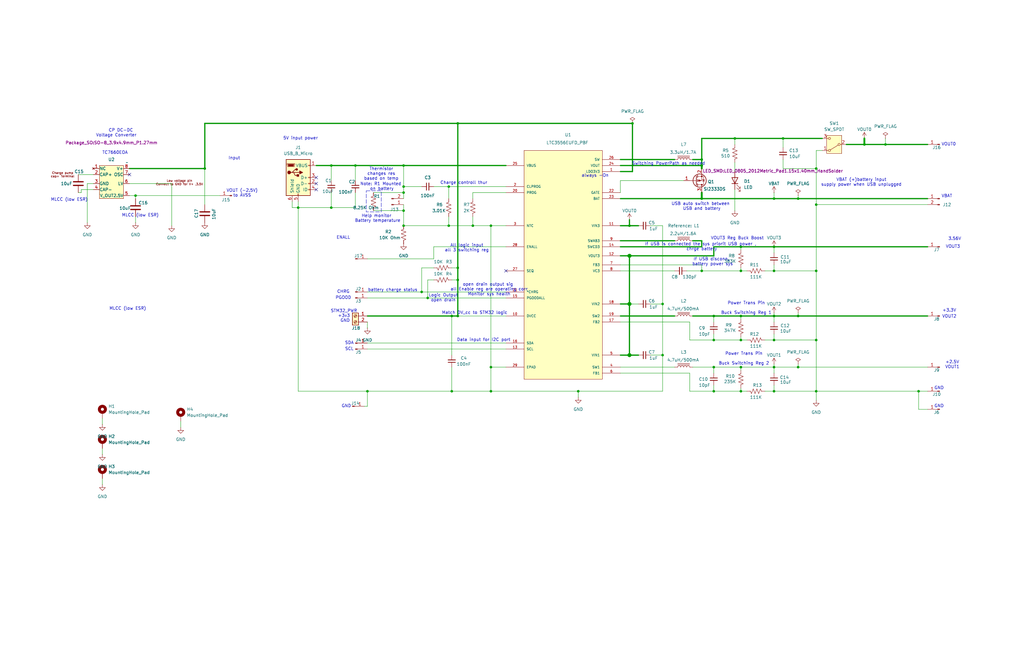
<source format=kicad_sch>
(kicad_sch (version 20231120) (generator "eeschema") (generator_version "8.0")
  (paper "B")
  (title_block (title "LTC3556EUFD_PBF") (date "11/11/2024") (rev "1.1") (company "Team 9") (comment 1 "Kirk Young"))
  (lib_symbols
    (symbol "Connector:Conn_01x01_Pin" (pin_names (offset 1.016) hide)
      (property "Reference" "J" (at 0 2.54 0))
      (property "Value" "Conn_01x01_Pin" (at 0 -2.54 0))
      (symbol "Conn_01x01_Pin_1_1"
        (pin passive line (at 5.08 0 180) (length 3.81) (name "Pin_1") (number "1"))
      )
    )
    (symbol "Connector:Conn_01x02_Pin" (pin_names (offset 1.016) hide)
      (property "Reference" "J" (at 0 2.54 0))
      (property "Value" "Conn_01x02_Pin" (at 0 -5.08 0))
      (symbol "Conn_01x02_Pin_1_1"
        (pin passive line (at 5.08 0 180) (length 3.81) (name "Pin_1") (number "1"))
        (pin passive line (at 5.08 -2.54 180) (length 3.81) (name "Pin_2") (number "2"))
      )
    )
    (symbol "Connector:Screw_Terminal_01x02" (pin_names (offset 1.016) hide)
      (property "Reference" "J" (at 0 2.54 0))
      (property "Value" "Screw_Terminal_01x02" (at 0 -5.08 0))
      (symbol "Screw_Terminal_01x02_1_1"
        (pin passive line (at -5.08 0 0) (length 3.81) (name "Pin_1") (number "1"))
        (pin passive line (at -5.08 -2.54 0) (length 3.81) (name "Pin_2") (number "2"))
      )
    )
    (symbol "Connector:USB_B_Micro" (pin_names (offset 1.016))
      (property "Reference" "J" (at -5.08 11.43 0))
      (property "Value" "USB_B_Micro" (at -5.08 8.89 0))
      (symbol "USB_B_Micro_1_1"
        (pin power_out line (at 7.62 5.08 180) (length 2.54) (name "VBUS") (number "1"))
        (pin bidirectional line (at 7.62 -2.54 180) (length 2.54) (name "D-") (number "2"))
        (pin bidirectional line (at 7.62 0 180) (length 2.54) (name "D+") (number "3"))
        (pin passive line (at 7.62 -5.08 180) (length 2.54) (name "ID") (number "4"))
        (pin power_out line (at 0 -10.16 90) (length 2.54) (name "GND") (number "5"))
        (pin passive line (at -2.54 -10.16 90) (length 2.54) (name "Shield") (number "6"))
      )
    )
    (symbol "Device:C" (pin_numbers hide) (pin_names (offset 0.254))
      (property "Reference" "C" (at 0.635 2.54 0))
      (property "Value" "C" (at 0.635 -2.54 0))
      (symbol "C_1_1"
        (pin passive line (at 0 3.81 270) (length 2.794) (name "~") (number "1"))
        (pin passive line (at 0 -3.81 90) (length 2.794) (name "~") (number "2"))
      )
    )
    (symbol "Device:C_Small" (pin_numbers hide) (pin_names (offset 0.254) hide)
      (property "Reference" "C" (at 0.254 1.778 0))
      (property "Value" "C_Small" (at 0.254 -2.032 0))
      (symbol "C_Small_1_1"
        (pin passive line (at 0 2.54 270) (length 2.032) (name "~") (number "1"))
        (pin passive line (at 0 -2.54 90) (length 2.032) (name "~") (number "2"))
      )
    )
    (symbol "Device:LED" (pin_numbers hide) (pin_names (offset 1.016) hide)
      (property "Reference" "D" (at 0 2.54 0))
      (property "Value" "LED" (at 0 -2.54 0))
      (symbol "LED_1_1"
        (pin passive line (at -3.81 0 0) (length 2.54) (name "K") (number "1"))
        (pin passive line (at 3.81 0 180) (length 2.54) (name "A") (number "2"))
      )
    )
    (symbol "Device:L_Iron" (pin_numbers hide) (pin_names (offset 1.016) hide)
      (property "Reference" "L" (at -1.27 0 90))
      (property "Value" "L_Iron" (at 2.794 0 90))
      (symbol "L_Iron_1_1"
        (pin passive line (at 0 3.81 270) (length 1.27) (name "1") (number "1"))
        (pin passive line (at 0 -3.81 90) (length 1.27) (name "2") (number "2"))
      )
    )
    (symbol "Device:R_US" (pin_numbers hide) (pin_names (offset 0))
      (property "Reference" "R" (at 2.54 0 90))
      (property "Value" "R_US" (at -2.54 0 90))
      (symbol "R_US_1_1"
        (pin passive line (at 0 3.81 270) (length 1.27) (name "~") (number "1"))
        (pin passive line (at 0 -3.81 90) (length 1.27) (name "~") (number "2"))
      )
    )
    (symbol "LTC3556EUFD_PBF:LTC3556EUFD_PBF" (pin_names (offset 1.016))
      (property "Reference" "U1" (at 35.56 10.16 0))
      (property "Value" "LTC3556EUFD_PBF" (at 35.814 7.112 0))
      (symbol "LTC3556EUFD_PBF_0_0"
        (pin output line (at 48.26 -8.89 180) (length 7.62) (name "LDO3V3") (number "1"))
        (pin power_in line (at 0 -69.85 0) (length 7.62) (name "DVCC") (number "10"))
        (pin input line (at 48.26 -31.75 180) (length 7.62) (name "VIN3") (number "11"))
        (pin output line (at 48.26 -44.45 180) (length 7.62) (name "VOUT3") (number "12"))
        (pin input line (at 0 -83.82 0) (length 7.62) (name "SCL") (number "13"))
        (pin passive line (at 48.26 -40.64 180) (length 7.62) (name "SWCD3") (number "14"))
        (pin output line (at 0 -62.23 0) (length 7.62) (name "PGOODALL") (number "15"))
        (pin input line (at 0 -81.28 0) (length 7.62) (name "SDA") (number "16"))
        (pin input line (at 48.26 -72.39 180) (length 7.62) (name "FB2") (number "17"))
        (pin input line (at 48.26 -64.77 180) (length 7.62) (name "VIN2") (number "18"))
        (pin passive line (at 48.26 -69.85 180) (length 7.62) (name "SW2") (number "19"))
        (pin passive line (at 0 -15.24 0) (length 7.62) (name "CLPROG") (number "2"))
        (pin passive line (at 0 -17.78 0) (length 7.62) (name "PROG") (number "20"))
        (pin output line (at 0 -59.69 0) (length 7.62) (name "*CHRG") (number "21"))
        (pin output line (at 48.26 -17.78 180) (length 7.62) (name "GATE") (number "22"))
        (pin passive line (at 48.26 -20.32 180) (length 7.62) (name "BAT") (number "23"))
        (pin output line (at 48.26 -6.35 180) (length 7.62) (name "VOUT") (number "24"))
        (pin input line (at 0 -6.35 0) (length 7.62) (name "VBUS") (number "25"))
        (pin passive line (at 48.26 -3.81 180) (length 7.62) (name "SW") (number "26"))
        (pin input line (at 0 -50.8 0) (length 7.62) (name "SEQ") (number "27"))
        (pin input line (at 0 -40.64 0) (length 7.62) (name "ENALL") (number "28"))
        (pin passive line (at 0 -91.44 0) (length 7.62) (name "EPAD") (number "29"))
        (pin input line (at 0 -31.75 0) (length 7.62) (name "NTC") (number "3"))
        (pin passive line (at 48.26 -91.44 180) (length 7.62) (name "SW1") (number "4"))
        (pin input line (at 48.26 -86.36 180) (length 7.62) (name "VIN1") (number "5"))
        (pin input line (at 48.26 -93.98 180) (length 7.62) (name "FB1") (number "6"))
        (pin input line (at 48.26 -48.26 180) (length 7.62) (name "FB3") (number "7"))
        (pin output line (at 48.26 -50.8 180) (length 7.62) (name "VC3") (number "8"))
        (pin passive line (at 48.26 -38.1 180) (length 7.62) (name "SWAB3") (number "9"))
      )
    )
    (symbol "Mechanical:MountingHole_Pad" (pin_numbers hide) (pin_names (offset 1.016) hide) (exclude_from_sim yes) (in_bom no)
      (property "Reference" "H" (at 0 6.35 0))
      (property "Value" "MountingHole_Pad" (at 0 4.445 0))
      (symbol "MountingHole_Pad_1_1"
        (pin input line (at 0 -2.54 90) (length 2.54) (name "1") (number "1"))
      )
    )
    (symbol "Switch:SW_SPDT" (pin_names (offset 0) hide)
      (property "Reference" "SW1" (at 0 -8.89 0))
      (property "Value" "SW_SPDT" (at 0 -6.35 0))
      (symbol "SW_SPDT_1_1"
        (pin passive line (at 5.08 2.54 180) (length 2.54) (name "A") (number "1"))
        (pin passive line (at -5.08 0 0) (length 2.54) (name "B") (number "2"))
        (pin passive line (at 5.08 -2.54 180) (length 2.54) (name "C") (number "3"))
      )
    )
    (symbol "TC7660EOA_LT3556_v1.2a_sym:TC7660EOA" (pin_names (offset 0.0127))
      (property "Reference" "U2" (at -4.318 9.906 0))
      (symbol "TC7660EOA_1_1"
        (text "Charge pump\ncap+ Terminal" (at -20.574 3.81 0) (effects (font (size 0.889 0.889))))
        (text "Low voltage pin\nConnect to GND for V+ ,3.5V" (at 28.702 0.508 0) (effects (font (size 0.889 0.889))))
        (pin no_connect line (at -7.62 6.35 0) (length 2.54) (name "NC") (number "1"))
        (pin passive line (at -7.62 3.81 0) (length 2.54) (name "CAP+") (number "2"))
        (pin power_in line (at -7.62 0 0) (length 2.54) (name "GND") (number "3"))
        (pin passive line (at -7.62 -2.54 0) (length 2.54) (name "CAP-") (number "4"))
        (pin power_out line (at 7.62 -5.08 180) (length 2.54) (name "V_OUT2.5V") (number "5"))
        (pin power_in line (at 7.62 0 180) (length 2.54) (name "LV") (number "6"))
        (pin input line (at 7.62 3.81 180) (length 2.54) (name "OSC") (number "7"))
        (pin power_in line (at 7.62 6.35 180) (length 2.54) (name "V+") (number "8"))
      )
    )
    (symbol "Transistor_FET:Si2319CDS" (pin_names hide)
      (property "Reference" "Q" (at 5.08 1.905 0))
      (property "Value" "Si2319CDS" (at 5.08 0 0))
      (symbol "Si2319CDS_1_1"
        (pin input line (at -5.08 0 0) (length 2.54) (name "G") (number "1"))
        (pin passive line (at 2.54 -5.08 90) (length 2.54) (name "S") (number "2"))
        (pin passive line (at 2.54 5.08 270) (length 2.54) (name "D") (number "3"))
      )
    )
    (symbol "power:+BATT" (power) (pin_numbers hide) (pin_names (offset 0) hide)
      (property "Value" "+BATT" (at 0 3.556 0))
      (symbol "+BATT_1_1"
        (pin power_in line (at 0 0 90) (length 0) (name "~") (number "1"))
      )
    )
    (symbol "power:GND" (power) (pin_numbers hide) (pin_names (offset 0) hide)
      (property "Value" "GND" (at 0 -3.81 0))
      (symbol "GND_1_1"
        (pin power_in line (at 0 0 270) (length 0) (name "~") (number "1"))
      )
    )
    (symbol "power:PWR_FLAG" (power) (pin_numbers hide) (pin_names (offset 0) hide)
      (property "Value" "PWR_FLAG" (at 0 3.81 0))
      (symbol "PWR_FLAG_0_0"
        (pin power_out line (at 0 0 90) (length 0) (name "~") (number "1"))
      )
    )
    (symbol "power:VDC" (power) (pin_numbers hide) (pin_names (offset 0) hide)
      (property "Value" "VDC" (at 0 3.556 0))
      (symbol "VDC_1_1"
        (pin power_in line (at 0 0 90) (length 0) (name "~") (number "1"))
      )
    )
  )
  (junction (at 207.01 154.94))
  (junction (at 364.49 60.96))
  (junction (at 170.18 88.9))
  (junction (at 336.55 154.94))
  (junction (at 309.88 58.42))
  (junction (at 149.86 69.85))
  (junction (at 326.39 154.94))
  (junction (at 189.23 95.25))
  (junction (at 243.84 165.1))
  (junction (at 344.17 114.3))
  (junction (at 207.01 95.25))
  (junction (at 170.18 78.74))
  (junction (at 312.42 133.35))
  (junction (at 139.7 69.85))
  (junction (at 265.43 149.86) (diameter 1.524))
  (junction (at 170.18 69.85))
  (junction (at 139.7 87.63))
  (junction (at 199.39 95.25))
  (junction (at 326.39 143.51))
  (junction (at 300.99 133.35))
  (junction (at 177.8 123.19))
  (junction (at 295.91 114.3))
  (junction (at 326.39 165.1))
  (junction (at 193.04 113.03))
  (junction (at 344.17 71.12))
  (junction (at 312.42 165.1))
  (junction (at 300.99 154.94))
  (junction (at 125.73 87.63))
  (junction (at 326.39 114.3))
  (junction (at 295.91 67.31))
  (junction (at 295.91 69.85))
  (junction (at 279.4 128.27))
  (junction (at 193.04 133.35))
  (junction (at 336.55 133.35))
  (junction (at 300.99 165.1))
  (junction (at 344.17 143.51))
  (junction (at 300.99 143.51))
  (junction (at 312.42 154.94))
  (junction (at 189.23 78.74))
  (junction (at 265.43 107.95) (diameter 1.524))
  (junction (at 326.39 83.82))
  (junction (at 207.01 165.1))
  (junction (at 265.43 95.25))
  (junction (at 266.7 52.07))
  (junction (at 295.91 83.82))
  (junction (at 190.5 165.1))
  (junction (at 312.42 143.51))
  (junction (at 170.18 81.28))
  (junction (at 193.04 118.11))
  (junction (at 373.38 60.96))
  (junction (at 312.42 114.3))
  (junction (at 312.42 104.14))
  (junction (at 344.17 86.36))
  (junction (at 154.94 165.1))
  (junction (at 193.04 52.07))
  (junction (at 387.35 165.1))
  (junction (at 265.43 128.27) (diameter 1.524))
  (junction (at 344.17 165.1))
  (junction (at 279.4 149.86))
  (junction (at 330.2 58.42))
  (junction (at 326.39 104.14))
  (junction (at 190.5 133.35))
  (junction (at 170.18 95.25))
  (junction (at 180.34 125.73))
  (junction (at 326.39 133.35))
  (junction (at 57.15 82.55))
  (junction (at 86.36 71.12))
  (junction (at 336.55 83.82))
  (no_connect (at 54.61 73.66))
  (no_connect (at 133.35 74.93))
  (no_connect (at 133.35 77.47))
  (no_connect (at 133.35 80.01))
  (no_connect (at 213.36 114.3))
  (wire (pts (xy 154.94 125.73) (xy 180.34 125.73)))
  (wire (pts (xy 149.86 87.63) (xy 139.7 87.63)))
  (wire (pts (xy 300.99 162.56) (xy 300.99 165.1)))
  (wire (pts (xy 261.62 83.82) (xy 295.91 83.82)) (stroke (width 0.508)))
  (wire (pts (xy 261.62 67.31) (xy 284.48 67.31)) (stroke (width 0.508)))
  (wire (pts (xy 346.71 63.5) (xy 344.17 63.5)))
  (wire (pts (xy 326.39 132.08) (xy 326.39 133.35)))
  (wire (pts (xy 76.2 177.8) (xy 76.2 180.34)))
  (wire (pts (xy 193.04 133.35) (xy 213.36 133.35)))
  (wire (pts (xy 54.61 82.55) (xy 57.15 82.55)))
  (wire (pts (xy 189.23 78.74) (xy 213.36 78.74)))
  (wire (pts (xy 265.43 92.71) (xy 265.43 95.25)) (stroke (width 0.508)))
  (wire (pts (xy 154.94 165.1) (xy 154.94 171.45)))
  (wire (pts (xy 330.2 67.31) (xy 330.2 71.12)))
  (wire (pts (xy 295.91 81.28) (xy 295.91 83.82)) (stroke (width 0.762)))
  (wire (pts (xy 261.62 81.28) (xy 261.62 76.2)))
  (wire (pts (xy 295.91 104.14) (xy 261.62 104.14)) (stroke (width 0.508)))
  (wire (pts (xy 133.35 69.85) (xy 139.7 69.85)) (stroke (width 0.508)))
  (wire (pts (xy 261.62 154.94) (xy 284.48 154.94)))
  (wire (pts (xy 326.39 83.82) (xy 336.55 83.82)) (stroke (width 0.508)))
  (wire (pts (xy 189.23 78.74) (xy 189.23 83.82)))
  (wire (pts (xy 86.36 52.07) (xy 193.04 52.07)) (stroke (width 0.508)))
  (wire (pts (xy 170.18 69.85) (xy 213.36 69.85)) (stroke (width 0.508)))
  (wire (pts (xy 265.43 107.95) (xy 300.99 107.95)) (stroke (width 0.508)))
  (wire (pts (xy 125.73 87.63) (xy 125.73 165.1)))
  (wire (pts (xy 326.39 153.67) (xy 326.39 154.94)))
  (wire (pts (xy 326.39 143.51) (xy 344.17 143.51)))
  (wire (pts (xy 261.62 95.25) (xy 265.43 95.25)) (stroke (width 0.508)))
  (wire (pts (xy 373.38 58.42) (xy 373.38 60.96)))
  (wire (pts (xy 154.94 135.89) (xy 154.94 138.43)))
  (wire (pts (xy 312.42 156.21) (xy 312.42 154.94)))
  (wire (pts (xy 139.7 69.85) (xy 139.7 76.2)))
  (wire (pts (xy 54.61 71.12) (xy 86.36 71.12)) (stroke (width 0.508)))
  (wire (pts (xy 157.48 81.28) (xy 170.18 81.28)))
  (wire (pts (xy 182.88 104.14) (xy 213.36 104.14)))
  (wire (pts (xy 43.18 176.53) (xy 43.18 179.07)))
  (wire (pts (xy 261.62 76.2) (xy 288.29 76.2)))
  (wire (pts (xy 261.62 101.6) (xy 284.48 101.6)) (stroke (width 0.508)))
  (wire (pts (xy 344.17 165.1) (xy 344.17 168.91)))
  (wire (pts (xy 123.19 87.63) (xy 125.73 87.63)))
  (wire (pts (xy 36.83 77.47) (xy 36.83 93.98)))
  (wire (pts (xy 193.04 52.07) (xy 193.04 113.03)) (stroke (width 0.508)))
  (wire (pts (xy 189.23 95.25) (xy 199.39 95.25)))
  (wire (pts (xy 326.39 106.68) (xy 326.39 104.14)))
  (wire (pts (xy 190.5 133.35) (xy 193.04 133.35)) (stroke (width 0.508)))
  (wire (pts (xy 180.34 118.11) (xy 182.88 118.11)))
  (wire (pts (xy 312.42 134.62) (xy 312.42 133.35)))
  (wire (pts (xy 292.1 154.94) (xy 300.99 154.94)))
  (wire (pts (xy 154.94 171.45) (xy 153.67 171.45)))
  (wire (pts (xy 391.16 172.72) (xy 387.35 172.72)))
  (wire (pts (xy 312.42 104.14) (xy 312.42 105.41)))
  (wire (pts (xy 300.99 140.97) (xy 300.99 143.51)))
  (wire (pts (xy 182.88 78.74) (xy 189.23 78.74)))
  (wire (pts (xy 344.17 86.36) (xy 344.17 114.3)))
  (wire (pts (xy 300.99 104.14) (xy 300.99 107.95)) (stroke (width 0.508)))
  (wire (pts (xy 326.39 140.97) (xy 326.39 143.51)))
  (wire (pts (xy 373.38 60.96) (xy 391.16 60.96)) (stroke (width 0.508)))
  (wire (pts (xy 309.88 58.42) (xy 309.88 60.96)))
  (wire (pts (xy 295.91 58.42) (xy 309.88 58.42)) (stroke (width 0.508)))
  (wire (pts (xy 326.39 157.48) (xy 326.39 154.94)))
  (wire (pts (xy 261.62 107.95) (xy 265.43 107.95)) (stroke (width 0.508)))
  (wire (pts (xy 289.56 114.3) (xy 295.91 114.3)))
  (wire (pts (xy 261.62 133.35) (xy 284.48 133.35)) (stroke (width 0.508)))
  (wire (pts (xy 72.39 77.47) (xy 72.39 95.25)))
  (wire (pts (xy 170.18 69.85) (xy 170.18 78.74)))
  (wire (pts (xy 154.94 165.1) (xy 190.5 165.1)))
  (wire (pts (xy 300.99 135.89) (xy 300.99 133.35)))
  (wire (pts (xy 207.01 154.94) (xy 207.01 165.1)))
  (wire (pts (xy 170.18 78.74) (xy 177.8 78.74)))
  (wire (pts (xy 312.42 143.51) (xy 312.42 142.24)))
  (wire (pts (xy 344.17 63.5) (xy 344.17 71.12)))
  (wire (pts (xy 336.55 153.67) (xy 336.55 154.94)))
  (wire (pts (xy 274.32 149.86) (xy 279.4 149.86)))
  (wire (pts (xy 207.01 95.25) (xy 213.36 95.25)))
  (wire (pts (xy 290.83 157.48) (xy 290.83 165.1)))
  (wire (pts (xy 207.01 154.94) (xy 213.36 154.94)))
  (wire (pts (xy 261.62 135.89) (xy 290.83 135.89)))
  (wire (pts (xy 177.8 123.19) (xy 213.36 123.19)))
  (wire (pts (xy 36.83 77.47) (xy 39.37 77.47)))
  (wire (pts (xy 312.42 104.14) (xy 326.39 104.14)) (stroke (width 0.508)))
  (wire (pts (xy 326.39 165.1) (xy 344.17 165.1)))
  (wire (pts (xy 344.17 114.3) (xy 344.17 143.51)))
  (wire (pts (xy 34.29 81.28) (xy 33.02 81.28)))
  (wire (pts (xy 336.55 83.82) (xy 391.16 83.82)) (stroke (width 0.508)))
  (wire (pts (xy 364.49 58.42) (xy 364.49 60.96)) (stroke (width 0.762)))
  (wire (pts (xy 261.62 69.85) (xy 295.91 69.85)) (stroke (width 0.508)))
  (wire (pts (xy 54.61 77.47) (xy 72.39 77.47)))
  (wire (pts (xy 86.36 71.12) (xy 86.36 52.07)) (stroke (width 0.508)))
  (wire (pts (xy 274.32 128.27) (xy 279.4 128.27)))
  (wire (pts (xy 292.1 133.35) (xy 300.99 133.35)) (stroke (width 0.508)))
  (wire (pts (xy 290.83 143.51) (xy 300.99 143.51)))
  (wire (pts (xy 207.01 95.25) (xy 207.01 154.94)))
  (wire (pts (xy 199.39 91.44) (xy 199.39 95.25)))
  (wire (pts (xy 190.5 118.11) (xy 193.04 118.11)))
  (wire (pts (xy 336.55 133.35) (xy 391.16 133.35)) (stroke (width 0.508)))
  (wire (pts (xy 300.99 165.1) (xy 312.42 165.1)))
  (wire (pts (xy 295.91 101.6) (xy 295.91 104.14)) (stroke (width 0.508)))
  (wire (pts (xy 309.88 58.42) (xy 330.2 58.42)) (stroke (width 0.508)))
  (wire (pts (xy 170.18 86.36) (xy 170.18 88.9)))
  (wire (pts (xy 125.73 87.63) (xy 139.7 87.63)))
  (wire (pts (xy 154.94 147.32) (xy 213.36 147.32)))
  (wire (pts (xy 243.84 165.1) (xy 243.84 167.64)))
  (wire (pts (xy 157.48 88.9) (xy 170.18 88.9)))
  (wire (pts (xy 190.5 113.03) (xy 193.04 113.03)))
  (wire (pts (xy 261.62 128.27) (xy 265.43 128.27)) (stroke (width 0.508)))
  (wire (pts (xy 322.58 143.51) (xy 326.39 143.51)))
  (wire (pts (xy 300.99 157.48) (xy 300.99 154.94)))
  (wire (pts (xy 265.43 149.86) (xy 269.24 149.86)) (stroke (width 0.508)))
  (wire (pts (xy 57.15 91.44) (xy 57.15 93.98)))
  (wire (pts (xy 39.37 80.01) (xy 34.29 80.01)))
  (wire (pts (xy 180.34 118.11) (xy 180.34 125.73)))
  (wire (pts (xy 57.15 82.55) (xy 92.71 82.55)))
  (wire (pts (xy 265.43 95.25) (xy 269.24 95.25)) (stroke (width 0.508)))
  (wire (pts (xy 292.1 101.6) (xy 295.91 101.6)) (stroke (width 0.508)))
  (wire (pts (xy 274.32 95.25) (xy 279.4 95.25)))
  (wire (pts (xy 154.94 144.78) (xy 213.36 144.78)))
  (wire (pts (xy 190.5 133.35) (xy 190.5 149.86)))
  (wire (pts (xy 243.84 165.1) (xy 207.01 165.1)))
  (wire (pts (xy 326.39 135.89) (xy 326.39 133.35)))
  (wire (pts (xy 279.4 95.25) (xy 279.4 128.27)))
  (wire (pts (xy 154.94 123.19) (xy 177.8 123.19)))
  (wire (pts (xy 330.2 58.42) (xy 330.2 62.23)))
  (wire (pts (xy 373.38 60.96) (xy 364.49 60.96)) (stroke (width 0.508)))
  (wire (pts (xy 312.42 114.3) (xy 314.96 114.3)))
  (wire (pts (xy 182.88 113.03) (xy 177.8 113.03)))
  (wire (pts (xy 326.39 133.35) (xy 336.55 133.35)) (stroke (width 0.508)))
  (wire (pts (xy 295.91 111.76) (xy 295.91 114.3)))
  (wire (pts (xy 309.88 80.01) (xy 309.88 88.9)))
  (wire (pts (xy 322.58 114.3) (xy 326.39 114.3)))
  (wire (pts (xy 326.39 162.56) (xy 326.39 165.1)))
  (wire (pts (xy 312.42 165.1) (xy 312.42 163.83)))
  (wire (pts (xy 139.7 69.85) (xy 149.86 69.85)) (stroke (width 0.508)))
  (wire (pts (xy 261.62 114.3) (xy 284.48 114.3)))
  (wire (pts (xy 265.43 128.27) (xy 265.43 107.95)) (stroke (width 0.508)))
  (wire (pts (xy 43.18 189.23) (xy 43.18 191.77)))
  (wire (pts (xy 182.88 109.22) (xy 182.88 104.14)))
  (wire (pts (xy 336.55 82.55) (xy 336.55 83.82)))
  (wire (pts (xy 295.91 69.85) (xy 295.91 67.31)) (stroke (width 0.508)))
  (wire (pts (xy 125.73 165.1) (xy 154.94 165.1)))
  (wire (pts (xy 290.83 165.1) (xy 300.99 165.1)))
  (wire (pts (xy 300.99 154.94) (xy 312.42 154.94)))
  (wire (pts (xy 57.15 82.55) (xy 57.15 83.82)))
  (wire (pts (xy 300.99 133.35) (xy 312.42 133.35)) (stroke (width 0.508)))
  (wire (pts (xy 292.1 67.31) (xy 295.91 67.31)) (stroke (width 0.508)))
  (wire (pts (xy 265.43 128.27) (xy 269.24 128.27)))
  (wire (pts (xy 295.91 58.42) (xy 295.91 67.31)) (stroke (width 0.508)))
  (wire (pts (xy 344.17 71.12) (xy 344.17 86.36)))
  (wire (pts (xy 154.94 109.22) (xy 182.88 109.22)))
  (wire (pts (xy 199.39 83.82) (xy 199.39 81.28)))
  (wire (pts (xy 322.58 165.1) (xy 326.39 165.1)))
  (wire (pts (xy 177.8 113.03) (xy 177.8 123.19)))
  (wire (pts (xy 312.42 133.35) (xy 326.39 133.35)) (stroke (width 0.508)))
  (wire (pts (xy 326.39 111.76) (xy 326.39 114.3)))
  (wire (pts (xy 312.42 114.3) (xy 312.42 113.03)))
  (wire (pts (xy 266.7 52.07) (xy 193.04 52.07)) (stroke (width 0.508)))
  (wire (pts (xy 336.55 132.08) (xy 336.55 133.35)))
  (wire (pts (xy 295.91 83.82) (xy 326.39 83.82)) (stroke (width 0.508)))
  (wire (pts (xy 123.19 85.09) (xy 123.19 87.63)))
  (wire (pts (xy 326.39 81.28) (xy 326.39 83.82)))
  (wire (pts (xy 43.18 201.93) (xy 43.18 204.47)))
  (wire (pts (xy 199.39 95.25) (xy 207.01 95.25)))
  (wire (pts (xy 193.04 118.11) (xy 193.04 133.35)) (stroke (width 0.508)))
  (wire (pts (xy 266.7 72.39) (xy 266.7 52.07)) (stroke (width 0.508)))
  (wire (pts (xy 125.73 85.09) (xy 125.73 87.63)))
  (wire (pts (xy 149.86 69.85) (xy 149.86 76.2)))
  (wire (pts (xy 139.7 81.28) (xy 139.7 87.63)))
  (wire (pts (xy 295.91 69.85) (xy 295.91 71.12)) (stroke (width 0.762)))
  (wire (pts (xy 180.34 125.73) (xy 213.36 125.73)))
  (wire (pts (xy 344.17 86.36) (xy 391.16 86.36)))
  (wire (pts (xy 33.02 73.66) (xy 39.37 73.66)))
  (wire (pts (xy 154.94 133.35) (xy 190.5 133.35)) (stroke (width 0.508)))
  (wire (pts (xy 261.62 72.39) (xy 266.7 72.39)) (stroke (width 0.508)))
  (wire (pts (xy 170.18 95.25) (xy 189.23 95.25)))
  (wire (pts (xy 170.18 81.28) (xy 170.18 78.74)))
  (wire (pts (xy 279.4 128.27) (xy 279.4 149.86)))
  (wire (pts (xy 149.86 69.85) (xy 170.18 69.85)) (stroke (width 0.508)))
  (wire (pts (xy 170.18 88.9) (xy 170.18 95.25)))
  (wire (pts (xy 326.39 114.3) (xy 344.17 114.3)))
  (wire (pts (xy 364.49 60.96) (xy 356.87 60.96)) (stroke (width 0.508)))
  (wire (pts (xy 261.62 111.76) (xy 295.91 111.76)))
  (wire (pts (xy 34.29 80.01) (xy 34.29 81.28)))
  (wire (pts (xy 199.39 81.28) (xy 213.36 81.28)))
  (wire (pts (xy 312.42 154.94) (xy 326.39 154.94)))
  (wire (pts (xy 149.86 81.28) (xy 149.86 87.63)))
  (wire (pts (xy 344.17 165.1) (xy 387.35 165.1)))
  (wire (pts (xy 330.2 71.12) (xy 344.17 71.12)))
  (wire (pts (xy 279.4 165.1) (xy 243.84 165.1)))
  (wire (pts (xy 193.04 113.03) (xy 193.04 118.11)) (stroke (width 0.508)))
  (wire (pts (xy 330.2 58.42) (xy 346.71 58.42)) (stroke (width 0.508)))
  (wire (pts (xy 344.17 143.51) (xy 344.17 165.1)))
  (wire (pts (xy 261.62 157.48) (xy 290.83 157.48)))
  (wire (pts (xy 190.5 165.1) (xy 207.01 165.1)))
  (wire (pts (xy 336.55 154.94) (xy 391.16 154.94)))
  (wire (pts (xy 190.5 165.1) (xy 190.5 154.94)))
  (wire (pts (xy 261.62 149.86) (xy 265.43 149.86)) (stroke (width 0.508)))
  (wire (pts (xy 309.88 68.58) (xy 309.88 72.39)))
  (wire (pts (xy 170.18 83.82) (xy 170.18 81.28)))
  (wire (pts (xy 265.43 128.27) (xy 265.43 149.86)) (stroke (width 0.508)))
  (wire (pts (xy 295.91 114.3) (xy 312.42 114.3)))
  (wire (pts (xy 86.36 86.36) (xy 86.36 71.12)))
  (wire (pts (xy 326.39 154.94) (xy 336.55 154.94)))
  (wire (pts (xy 279.4 149.86) (xy 279.4 165.1)))
  (wire (pts (xy 387.35 172.72) (xy 387.35 165.1)))
  (wire (pts (xy 326.39 104.14) (xy 391.16 104.14)) (stroke (width 0.508)))
  (wire (pts (xy 300.99 104.14) (xy 312.42 104.14)) (stroke (width 0.508)))
  (wire (pts (xy 312.42 143.51) (xy 314.96 143.51)))
  (wire (pts (xy 189.23 91.44) (xy 189.23 95.25)))
  (wire (pts (xy 290.83 135.89) (xy 290.83 143.51)))
  (wire (pts (xy 312.42 165.1) (xy 314.96 165.1)))
  (wire (pts (xy 387.35 165.1) (xy 391.16 165.1)))
  (wire (pts (xy 300.99 143.51) (xy 312.42 143.51)))
  (rectangle (start 154.432 80.518) (end 160.782 89.408) (stroke (width 0) (type dash)))
  (text "Power Trans Pin\n\nBuck Switching Reg 2" (at 313.69 151.384 0) (effects (font (size 1.27 1.27))))
  (text "+3.3V" (at 400.304 131.064 0) (effects (font (size 1.27 1.27))))
  (text "Charge controll thur" (at 195.58 77.216 0) (effects (font (size 1.27 1.27))))
  (text "Data input for I2C port" (at 203.962 143.51 0) (effects (font (size 1.27 1.27))))
  (text "SDA" (at 147.32 144.78 0) (effects (font (size 1.27 1.27))))
  (text "If USB is connected the sys priorit USB power , \nchrge battery" (at 295.91 104.14 0) (effects (font (size 1.27 1.27))))
  (text "Input" (at 98.806 66.802 0) (effects (font (size 1.27 1.27))))
  (text "MLCC (low ESR)" (at 59.182 90.932 0) (effects (font (size 1.27 1.27))))
  (text "VOUT0" (at 400.05 60.96 0) (effects (font (size 1.27 1.27))))
  (text "Note: R1 Mounted \non battery\n" (at 161.036 78.74 0) (effects (font (size 1.27 1.27))))
  (text " TC7660EOA" (at 48.006 64.516 0) (effects (font (size 1.27 1.27))))
  (text "MLCC (low ESR)" (at 53.848 130.302 0) (effects (font (size 1.27 1.27))))
  (text "always -On" (at 250.952 74.168 0) (effects (font (size 1.27 1.27))))
  (text "VBAT (+)battery input\nsupply power when USB unplugged" (at 363.22 76.962 0) (effects (font (size 1.27 1.27))))
  (text "STM32_PWR\n+3v3\n GND" (at 145.034 133.35 0) (effects (font (size 1.27 1.27))))
  (text "Match DV_cc to STM32 logic" (at 200.152 132.08 0) (effects (font (size 1.27 1.27))))
  (text "All logic input\nall 3 switching reg" (at 196.85 104.648 0) (effects (font (size 1.27 1.27))))
  (text "GND" (at 395.986 163.83 0) (effects (font (size 1.27 1.27))))
  (text "SCL" (at 147.32 147.32 0) (effects (font (size 1.27 1.27))))
  (text "Thermistor\nchanges res\nbased on temp" (at 160.782 73.406 0) (effects (font (size 1.27 1.27))))
  (text "5V input power" (at 126.746 58.42 0) (effects (font (size 1.27 1.27))))
  (text "VBAT" (at 399.288 82.804 0) (effects (font (size 1.27 1.27))))
  (text "USB auto switch between \nUSB and battery" (at 295.91 87.122 0) (effects (font (size 1.27 1.27))))
  (text "VOUT3" (at 401.828 104.14 0) (effects (font (size 1.27 1.27))))
  (text "GND" (at 395.986 171.45 0) (effects (font (size 1.27 1.27))))
  (text "Switching PowerPath as needed\n\n" (at 281.94 70.104 0) (effects (font (size 1.27 1.27))))
  (text "Power Trans Pin\n\nBuck Switching Reg 1" (at 314.706 130.048 0) (effects (font (size 1.27 1.27))))
  (text "VOUT (-2.5V)\nto AVSS" (at 102.108 81.534 0) (effects (font (size 1.27 1.27))))
  (text "Help monitor \nBattery temperature" (at 159.258 92.202 0) (effects (font (size 1.27 1.27))))
  (text "If USB disconn, \nbattery power sys\n" (at 300.482 110.49 0) (effects (font (size 1.27 1.27))))
  (text "VOUT2" (at 400.304 133.604 0) (effects (font (size 1.27 1.27))))
  (text "open drain output sig \nall Enable reg are operating corr\nMonitor sys health" (at 206.248 122.174 0) (effects (font (size 1.27 1.27))))
  (text "GND" (at 146.05 171.45 0) (effects (font (size 1.27 1.27))))
  (text "     CP DC-DC \nVoltage Converter" (at 49.022 56.134 0) (effects (font (size 1.27 1.27))))
  (text "ENALL" (at 144.78 100.33 0) (effects (font (size 1.27 1.27))))
  (text "3.56V" (at 402.59 100.838 0) (effects (font (size 1.27 1.27))))
  (text "battery charge status" (at 165.608 122.428 0) (effects (font (size 1.27 1.27))))
  (text "PGOOD" (at 144.78 125.73 0) (effects (font (size 1.27 1.27))))
  (text "+2.5V\nVOUT1" (at 401.574 153.924 0) (effects (font (size 1.27 1.27))))
  (text "Logic Output\nopen drain" (at 186.944 125.73 0) (effects (font (size 1.27 1.27))))
  (text "MLCC (low ESR)" (at 29.21 84.328 0) (effects (font (size 1.27 1.27))))
  (text "CHRG" (at 144.78 123.19 0) (effects (font (size 1.27 1.27))))
  (text "VOUT3 Reg Buck Boost" (at 310.896 100.584 0) (effects (font (size 1.27 1.27))))
  (symbol (lib_id "Connector:Conn_01x01_Pin") (at 396.24 165.1 180) (unit 1)
    (property "Reference" "J10" (at 394.97 166.37 0))
    (property "Value" "Conn_01x01_Pin" (effects (hide yes)))
    (property "Footprint" "Connector_PinSocket_1.27mm:PinSocket_1x01_P1.27mm_Vertical" (effects (hide yes)))
    (property "Description" "Generic connector, single row, 01x01, script generated" (effects (hide yes)))
  )
  (symbol (lib_id "Connector:Conn_01x01_Pin") (at 149.86 147.32 0) (unit 1)
    (property "Reference" "J5" (at 151.13 148.59 0))
    (property "Value" "Conn_01x01_Pin" (effects (hide yes)))
    (property "Footprint" "Connector_PinSocket_1.27mm:PinSocket_1x01_P1.27mm_Vertical" (effects (hide yes)))
    (property "Description" "Generic connector, single row, 01x01, script generated" (effects (hide yes)))
  )
  (symbol (lib_id "power:GND") (at 309.88 88.9 0) (mirror y) (unit 1)
    (property "Reference" "#PWR017" (effects (hide yes)))
    (property "Value" "GND" (at 309.88 93.98 0))
    (property "Description" "Power symbol creates a global label with name \"GND\" , ground" (effects (hide yes)))
  )
  (symbol (lib_id "Device:L_Iron") (at 288.29 67.31 270) (mirror x) (unit 1)
    (property "Reference" "L7" (at 288.29 60.96 90))
    (property "Value" "3.3uH/1.7A" (at 288.036 64.262 90))
    (property "Footprint" "Inductor_SMD:L_Coilcraft_LPS4018" (effects (hide yes)))
    (property "Datasheet" "https://www.mouser.com/ProductDetail/Coilcraft/LPS4018-332MRC?qs=QQJxVsr8EGapQGERfchnNw%3D%3D" (effects (hide yes)))
    (property "Description" "Inductor with iron core" (effects (hide yes)))
  )
  (symbol (lib_id "power:GND") (at 57.15 93.98 0) (mirror y) (unit 1)
    (property "Reference" "#PWR011" (effects (hide yes)))
    (property "Value" "GND" (at 57.15 99.06 0))
    (property "Description" "Power symbol creates a global label with name \"GND\" , ground" (effects (hide yes)))
  )
  (symbol (lib_id "Device:R_US") (at 318.77 143.51 90) (mirror x) (unit 1)
    (property "Reference" "R12" (at 320.04 140.97 90) (effects (justify left)))
    (property "Value" "111K" (at 321.31 146.05 90) (effects (justify left)))
    (property "Footprint" "Resistor_SMD:R_0402_1005Metric_Pad0.72x0.64mm_HandSolder" (effects (hide yes)))
    (property "Description" "Resistor, US symbol" (effects (hide yes)))
  )
  (symbol (lib_id "power:VDC") (at 364.49 58.42 0) (unit 1)
    (property "Reference" "#PWR010" (effects (hide yes)))
    (property "Value" "VOUT0" (at 364.49 54.61 0))
    (property "Description" "Power symbol creates a global label with name \"VDC\"" (effects (hide yes)))
  )
  (symbol (lib_id "Device:C_Small") (at 271.78 128.27 270) (mirror x) (unit 1)
    (property "Reference" "C6" (at 274.828 127 90))
    (property "Value" "1uF" (at 275.59 129.54 90))
    (property "Footprint" "Capacitor_SMD:C_0402_1005Metric" (effects (hide yes)))
    (property "Description" "Unpolarized capacitor, small symbol" (effects (hide yes)))
  )
  (symbol (lib_id "TC7660EOA_LT3556_v1.2a_sym:TC7660EOA") (at 46.99 77.47 0) (unit 1)
    (property "Reference" "U2" (at 46.99 67.31 0))
    (property "Value" "~" (at 53.5411 68.58 0))
    (property "Footprint" "Package_SO:SO-8_3.9x4.9mm_P1.27mm" (at 46.99 60.198 0))
    (property "Description" "DC_DC Invertor" (effects (hide yes)))
  )
  (symbol (lib_id "power:GND") (at 36.83 93.98 0) (mirror y) (unit 1)
    (property "Reference" "#PWR08" (effects (hide yes)))
    (property "Value" "GND" (at 36.83 99.06 0))
    (property "Description" "Power symbol creates a global label with name \"GND\" , ground" (effects (hide yes)))
  )
  (symbol (lib_id "power:GND") (at 154.94 138.43 0) (mirror y) (unit 1)
    (property "Reference" "#PWR016" (effects (hide yes)))
    (property "Value" "GND" (at 154.94 143.51 0))
    (property "Description" "Power symbol creates a global label with name \"GND\" , ground" (effects (hide yes)))
  )
  (symbol (lib_id "power:GND") (at 170.18 102.87 0) (mirror y) (unit 1)
    (property "Reference" "#PWR015" (effects (hide yes)))
    (property "Value" "GND" (at 170.18 107.95 0))
    (property "Description" "Power symbol creates a global label with name \"GND\" , ground" (effects (hide yes)))
  )
  (symbol (lib_id "Connector:Conn_01x02_Pin") (at 165.1 86.36 0) (mirror x) (unit 1)
    (property "Reference" "J13" (at 168.148 88.392 0) (effects (justify right)))
    (property "Value" "Conn_01x02_Pin" (effects (hide yes)))
    (property "Footprint" "Connector_PinHeader_2.54mm:PinHeader_1x02_P2.54mm_Vertical" (effects (hide yes)))
    (property "Description" "Generic connector, single row, 01x02, script generated" (effects (hide yes)))
  )
  (symbol (lib_id "power:GND") (at 43.18 179.07 0) (mirror y) (unit 1)
    (property "Reference" "#PWR06" (effects (hide yes)))
    (property "Value" "GND" (at 43.18 184.15 0))
    (property "Description" "Power symbol creates a global label with name \"GND\" , ground" (effects (hide yes)))
  )
  (symbol (lib_id "Connector:Conn_01x01_Pin") (at 396.24 104.14 180) (unit 1)
    (property "Reference" "J7" (at 394.97 105.41 0))
    (property "Value" "Conn_01x01_Pin" (effects (hide yes)))
    (property "Footprint" "Connector_PinSocket_1.27mm:PinSocket_1x01_P1.27mm_Vertical" (effects (hide yes)))
    (property "Description" "Generic connector, single row, 01x01, script generated" (effects (hide yes)))
  )
  (symbol (lib_id "Transistor_FET:Si2319CDS") (at 293.37 76.2 0) (mirror x) (unit 1)
    (property "Reference" "Q1" (at 298.45 76.708 0) (effects (justify left)))
    (property "Value" "SI2333DS" (at 296.672 79.756 0) (effects (justify left)))
    (property "Footprint" "Package_TO_SOT_SMD:SOT-23" (effects (hide yes)))
    (property "Datasheet" "http://www.vishay.com/docs/66709/si2319cd.pdf" (effects (hide yes)))
    (property "Description" "-4.4A Id, -40V Vds, P-Channel MOSFET, SOT-23" (effects (hide yes)))
  )
  (symbol (lib_id "power:PWR_FLAG") (at 336.55 132.08 0) (unit 1)
    (property "Reference" "#FLG04" (effects (hide yes)))
    (property "Value" "PWR_FLAG" (at 336.55 127 0))
    (property "Description" "Special symbol for telling ERC where power comes from" (effects (hide yes)))
  )
  (symbol (lib_id "Connector:USB_B_Micro") (at 125.73 74.93 0) (unit 1)
    (property "Reference" "J1" (at 125.73 62.23 0))
    (property "Value" "USB_B_Micro" (at 125.73 64.77 0))
    (property "Footprint" "Connector_USB:USB_Micro-B_Amphenol_10118194-0001LF_Horizontal" (effects (hide yes)))
    (property "Description" "USB Micro Type B connector" (effects (hide yes)))
  )
  (symbol (lib_id "power:GND") (at 243.84 167.64 0) (mirror y) (unit 1)
    (property "Reference" "#PWR014" (effects (hide yes)))
    (property "Value" "GND" (at 243.84 172.72 0))
    (property "Description" "Power symbol creates a global label with name \"GND\" , ground" (effects (hide yes)))
  )
  (symbol (lib_id "Mechanical:MountingHole_Pad") (at 43.18 173.99 0) (unit 1) (exclude_from_sim yes) (in_bom no)
    (property "Reference" "H1" (at 45.72 171.4499 0) (effects (justify left)))
    (property "Value" "MountingHole_Pad" (at 45.72 173.9899 0) (effects (justify left)))
    (property "Footprint" "MountingHole:MountingHole_3.5mm_Pad_TopBottom" (effects (hide yes)))
    (property "Description" "Mounting Hole with connection" (effects (hide yes)))
  )
  (symbol (lib_id "power:GND") (at 72.39 95.25 0) (mirror y) (unit 1)
    (property "Reference" "#PWR019" (effects (hide yes)))
    (property "Value" "GND" (at 72.39 100.33 0))
    (property "Description" "Power symbol creates a global label with name \"GND\" , ground" (effects (hide yes)))
  )
  (symbol (lib_id "Device:C_Small") (at 180.34 78.74 90) (mirror x) (unit 1)
    (property "Reference" "C3" (at 180.34 74.93 90))
    (property "Value" "100nF" (at 180.34 82.55 90))
    (property "Footprint" "Capacitor_SMD:C_0402_1005Metric" (effects (hide yes)))
    (property "Description" "Unpolarized capacitor, small symbol" (effects (hide yes)))
  )
  (symbol (lib_id "Device:C_Small") (at 271.78 95.25 270) (mirror x) (unit 1)
    (property "Reference" "C5" (at 274.828 93.98 90))
    (property "Value" "1uF" (at 275.59 96.52 90))
    (property "Footprint" "Capacitor_SMD:C_0402_1005Metric" (effects (hide yes)))
    (property "Description" "Unpolarized capacitor, small symbol" (effects (hide yes)))
  )
  (symbol (lib_id "Mechanical:MountingHole_Pad") (at 43.18 199.39 0) (unit 1) (exclude_from_sim yes) (in_bom no)
    (property "Reference" "H3" (at 45.72 196.8499 0) (effects (justify left)))
    (property "Value" "MountingHole_Pad" (at 45.72 199.3899 0) (effects (justify left)))
    (property "Footprint" "MountingHole:MountingHole_3.5mm_Pad_TopBottom" (effects (hide yes)))
    (property "Description" "Mounting Hole with connection" (effects (hide yes)))
  )
  (symbol (lib_id "Device:R_US") (at 318.77 165.1 90) (mirror x) (unit 1)
    (property "Reference" "R13" (at 321.31 162.56 90) (effects (justify left)))
    (property "Value" "111K" (at 321.31 167.64 90) (effects (justify left)))
    (property "Footprint" "Resistor_SMD:R_0402_1005Metric_Pad0.72x0.64mm_HandSolder" (effects (hide yes)))
    (property "Description" "Resistor, US symbol" (effects (hide yes)))
  )
  (symbol (lib_id "Connector:Conn_01x01_Pin") (at 396.24 172.72 180) (unit 1)
    (property "Reference" "J6" (at 394.97 173.99 0))
    (property "Value" "Conn_01x01_Pin" (effects (hide yes)))
    (property "Footprint" "Connector_PinSocket_1.27mm:PinSocket_1x01_P1.27mm_Vertical" (effects (hide yes)))
    (property "Description" "Generic connector, single row, 01x01, script generated" (effects (hide yes)))
  )
  (symbol (lib_id "Device:R_US") (at 186.69 113.03 270) (mirror x) (unit 1)
    (property "Reference" "R3" (at 187.96 110.49 90) (effects (justify left)))
    (property "Value" "10K" (at 182.88 110.49 90) (effects (justify left)))
    (property "Footprint" "Resistor_SMD:R_0402_1005Metric_Pad0.72x0.64mm_HandSolder" (effects (hide yes)))
    (property "Description" "Resistor, US symbol" (effects (hide yes)))
  )
  (symbol (lib_id "Mechanical:MountingHole_Pad") (at 76.2 175.26 0) (unit 1) (exclude_from_sim yes) (in_bom no)
    (property "Reference" "H4" (at 78.74 172.7199 0) (effects (justify left)))
    (property "Value" "MountingHole_Pad" (at 78.74 175.2599 0) (effects (justify left)))
    (property "Footprint" "MountingHole:MountingHole_3.5mm_Pad_TopBottom" (effects (hide yes)))
    (property "Description" "Mounting Hole with connection" (effects (hide yes)))
  )
  (symbol (lib_id "Device:C_Small") (at 300.99 138.43 0) (mirror y) (unit 1)
    (property "Reference" "C9" (at 294.64 138.43 0) (effects (justify right)))
    (property "Value" "10pF" (at 294.64 140.97 0) (effects (justify right)))
    (property "Footprint" "Capacitor_SMD:C_0402_1005Metric" (effects (hide yes)))
    (property "Description" "Unpolarized capacitor, small symbol" (effects (hide yes)))
  )
  (symbol (lib_id "Device:C_Small") (at 139.7 78.74 0) (unit 1)
    (property "Reference" "C1" (at 137.16 76.2 0) (effects (justify left)))
    (property "Value" "10uF" (at 135.89 80.772 0) (effects (justify left)))
    (property "Footprint" "Capacitor_SMD:C_0402_1005Metric" (effects (hide yes)))
    (property "Description" "Unpolarized capacitor, small symbol" (effects (hide yes)))
  )
  (symbol (lib_id "power:+BATT") (at 326.39 81.28 0) (unit 1)
    (property "Reference" "#PWR09" (effects (hide yes)))
    (property "Value" "VBAT" (at 326.39 77.47 0))
    (property "Description" "Power symbol creates a global label with name \"+BATT\"" (effects (hide yes)))
  )
  (symbol (lib_id "Device:R_US") (at 309.88 64.77 0) (mirror y) (unit 1)
    (property "Reference" "R5" (at 307.34 63.4999 0) (effects (justify left)))
    (property "Value" "510" (at 307.848 65.786 0) (effects (justify left)))
    (property "Footprint" "Resistor_SMD:R_0402_1005Metric_Pad0.72x0.64mm_HandSolder" (effects (hide yes)))
    (property "Description" "Resistor, US symbol" (effects (hide yes)))
  )
  (symbol (lib_id "Device:LED") (at 309.88 76.2 90) (unit 1)
    (property "Reference" "D1" (at 313.69 76.5174 90) (effects (justify right)))
    (property "Value" "LED" (at 313.69 79.0574 90) (effects (justify right)))
    (property "Footprint" "LED_SMD:LED_0805_2012Metric_Pad1.15x1.40mm_HandSolder" (at 325.882 72.136 90))
    (property "Description" "Light emitting diode" (effects (hide yes)))
  )
  (symbol (lib_id "Device:R_US") (at 312.42 138.43 0) (mirror y) (unit 1)
    (property "Reference" "R9" (at 308.61 137.16 0) (effects (justify left)))
    (property "Value" "347K" (at 310.388 139.446 0) (effects (justify left)))
    (property "Footprint" "Resistor_SMD:R_0402_1005Metric_Pad0.72x0.64mm_HandSolder" (effects (hide yes)))
    (property "Description" "Resistor, US symbol" (effects (hide yes)))
  )
  (symbol (lib_id "Device:R_US") (at 312.42 160.02 0) (mirror y) (unit 1)
    (property "Reference" "R10" (at 309.88 158.7499 0) (effects (justify left)))
    (property "Value" "235K" (at 310.388 161.036 0) (effects (justify left)))
    (property "Footprint" "Resistor_SMD:R_0402_1005Metric_Pad0.72x0.64mm_HandSolder" (effects (hide yes)))
    (property "Description" "Resistor, US symbol" (effects (hide yes)))
  )
  (symbol (lib_id "LTC3556EUFD_PBF:LTC3556EUFD_PBF") (at 213.36 63.5 0) (unit 1)
    (property "Reference" "U1" (at 239.522 56.896 0))
    (property "Value" "LTC3556EUFD_PBF" (at 239.268 60.198 0))
    (property "Footprint" "Package_DFN_QFN:QFN-28-1EP_4x5mm_P0.5mm_EP2.65x3.65mm_ThermalVias" (effects (hide yes)))
    (property "DigiKey_Part_Number" "505-LTC3556EUFD#PBF-ND" (effects (hide yes)))
    (property "SnapEDA_Link" "https://www.digikey.com/en/products/detail/analog-devices-inc/ltc3556eufd-pbf/1840049" (effects (hide yes)))
    (property "VENDOR" "Linear Technology" (effects (hide yes)))
    (property "Description_1" "\n                        \n                            High Efﬁciency USB Power Manager with Dual Buck and Buck-Boost DC/DCs\n                        \n" (effects (hide yes)))
    (property "Package" "QFN -28 Analog Devices" (effects (hide yes)))
    (property "Check_prices" "https://www.snapeda.com/parts/LTC3556EUFD%23PBF/Analog+Devices/view-part/?ref=eda" (effects (hide yes)))
    (property "MF" "Analog Devices" (effects (hide yes)))
    (property "MP" "LTC3556EUFD#PBF" (effects (hide yes)))
    (property "MANUFACTURER_PART_NUMBER" "ltc3556eufd#pbf" (effects (hide yes)))
  )
  (symbol (lib_id "power:PWR_FLAG") (at 336.55 82.55 0) (unit 1)
    (property "Reference" "#FLG02" (effects (hide yes)))
    (property "Value" "PWR_FLAG" (at 336.55 77.47 0))
    (property "Description" "Special symbol for telling ERC where power comes from" (effects (hide yes)))
  )
  (symbol (lib_id "power:PWR_FLAG") (at 336.55 153.67 0) (unit 1)
    (property "Reference" "#FLG05" (effects (hide yes)))
    (property "Value" "PWR_FLAG" (at 336.55 148.59 0))
    (property "Description" "Special symbol for telling ERC where power comes from" (effects (hide yes)))
  )
  (symbol (lib_id "power:GND") (at 86.36 93.98 0) (mirror y) (unit 1)
    (property "Reference" "#PWR018" (effects (hide yes)))
    (property "Value" "GND" (at 86.36 99.06 0))
    (property "Description" "Power symbol creates a global label with name \"GND\" , ground" (effects (hide yes)))
  )
  (symbol (lib_id "Device:C_Small") (at 326.39 138.43 0) (mirror y) (unit 1)
    (property "Reference" "C12" (at 332.994 137.414 0) (effects (justify left)))
    (property "Value" "10uF" (at 333.756 139.7 0) (effects (justify left)))
    (property "Footprint" "Capacitor_SMD:C_0402_1005Metric" (effects (hide yes)))
    (property "Description" "Unpolarized capacitor, small symbol" (effects (hide yes)))
  )
  (symbol (lib_id "Device:C_Small") (at 326.39 160.02 0) (mirror y) (unit 1)
    (property "Reference" "C14" (at 332.74 159.258 0) (effects (justify left)))
    (property "Value" "10uF" (at 333.756 161.29 0) (effects (justify left)))
    (property "Footprint" "Capacitor_SMD:C_0402_1005Metric" (effects (hide yes)))
    (property "Description" "Unpolarized capacitor, small symbol" (effects (hide yes)))
  )
  (symbol (lib_id "power:PWR_FLAG") (at 373.38 58.42 0) (unit 1)
    (property "Reference" "#FLG06" (effects (hide yes)))
    (property "Value" "PWR_FLAG" (at 373.38 53.34 0))
    (property "Description" "Special symbol for telling ERC where power comes from" (effects (hide yes)))
  )
  (symbol (lib_id "Device:R_US") (at 186.69 118.11 270) (mirror x) (unit 1)
    (property "Reference" "R4" (at 187.96 115.57 90) (effects (justify left)))
    (property "Value" "10K" (at 182.88 115.57 90) (effects (justify left)))
    (property "Footprint" "Resistor_SMD:R_0402_1005Metric_Pad0.72x0.64mm_HandSolder" (effects (hide yes)))
    (property "Description" "Resistor, US symbol" (effects (hide yes)))
  )
  (symbol (lib_id "Switch:SW_SPDT") (at 351.79 60.96 180) (unit 1)
    (property "Reference" "SW1" (at 351.79 52.07 0))
    (property "Value" "SW_SPDT" (at 351.79 54.61 0))
    (property "Footprint" "Button_Switch_THT:SW_Slide_SPDT_Straight_CK_OS102011MS2Q" (effects (hide yes)))
    (property "Description" "Switch, single pole double throw" (effects (hide yes)))
  )
  (symbol (lib_id "Connector:Conn_01x01_Pin") (at 396.24 154.94 180) (unit 1)
    (property "Reference" "J9" (at 394.97 156.21 0))
    (property "Value" "Conn_01x01_Pin" (effects (hide yes)))
    (property "Footprint" "Connector_PinSocket_1.27mm:PinSocket_1x01_P1.27mm_Vertical" (effects (hide yes)))
    (property "Description" "Generic connector, single row, 01x01, script generated" (effects (hide yes)))
  )
  (symbol (lib_id "Device:C_Small") (at 271.78 149.86 270) (mirror x) (unit 1)
    (property "Reference" "C7" (at 274.828 148.59 90))
    (property "Value" "1uF" (at 275.59 151.13 90))
    (property "Footprint" "Capacitor_SMD:C_0402_1005Metric" (effects (hide yes)))
    (property "Description" "Unpolarized capacitor, small symbol" (effects (hide yes)))
  )
  (symbol (lib_id "Connector:Conn_01x01_Pin") (at 396.24 60.96 180) (unit 1)
    (property "Reference" "J16" (at 394.97 62.23 0))
    (property "Value" "Conn_01x01_Pin" (effects (hide yes)))
    (property "Footprint" "Connector_PinSocket_1.27mm:PinSocket_1x01_P1.27mm_Vertical" (effects (hide yes)))
    (property "Description" "Generic connector, single row, 01x01, script generated" (effects (hide yes)))
  )
  (symbol (lib_id "Device:R_US") (at 170.18 99.06 0) (mirror y) (unit 1)
    (property "Reference" "R2" (at 165.1 97.79 0) (effects (justify left)))
    (property "Value" "10K Ohm" (at 168.91 100.33 0) (effects (justify left)))
    (property "Footprint" "Resistor_SMD:R_0402_1005Metric_Pad0.72x0.64mm_HandSolder" (effects (hide yes)))
    (property "Description" "Resistor, US symbol" (effects (hide yes)))
  )
  (symbol (lib_id "Device:R_US") (at 189.23 87.63 0) (mirror y) (unit 1)
    (property "Reference" "R6" (at 186.69 86.36 0) (effects (justify left)))
    (property "Value" "3.01K" (at 187.96 88.9 0) (effects (justify left)))
    (property "Footprint" "Resistor_SMD:R_0402_1005Metric_Pad0.72x0.64mm_HandSolder" (effects (hide yes)))
    (property "Description" "Resistor, US symbol" (effects (hide yes)))
  )
  (symbol (lib_id "Device:R_US") (at 312.42 109.22 0) (mirror y) (unit 1)
    (property "Reference" "R8" (at 309.88 107.9499 0) (effects (justify left)))
    (property "Value" "383K" (at 310.388 110.236 0) (effects (justify left)))
    (property "Footprint" "Resistor_SMD:R_0402_1005Metric_Pad0.72x0.64mm_HandSolder" (effects (hide yes)))
    (property "Description" "Resistor, US symbol" (effects (hide yes)))
  )
  (symbol (lib_id "Connector:Conn_01x01_Pin") (at 149.86 123.19 0) (unit 1)
    (property "Reference" "J2" (at 151.13 121.92 0))
    (property "Value" "Conn_01x01_Pin" (effects (hide yes)))
    (property "Footprint" "Connector_PinSocket_1.27mm:PinSocket_1x01_P1.27mm_Vertical" (effects (hide yes)))
    (property "Description" "Generic connector, single row, 01x01, script generated" (effects (hide yes)))
  )
  (symbol (lib_id "Device:C_Small") (at 326.39 109.22 0) (mirror y) (unit 1)
    (property "Reference" "C11" (at 332.994 108.458 0) (effects (justify left)))
    (property "Value" "10uF" (at 333.756 110.49 0) (effects (justify left)))
    (property "Footprint" "Capacitor_SMD:C_0402_1005Metric" (effects (hide yes)))
    (property "Description" "Unpolarized capacitor, small symbol" (effects (hide yes)))
  )
  (symbol (lib_id "Device:C_Small") (at 330.2 64.77 0) (unit 1)
    (property "Reference" "C13" (at 332.74 63.5062 0) (effects (justify left)))
    (property "Value" "10uF" (at 332.74 66.0462 0) (effects (justify left)))
    (property "Footprint" "Capacitor_SMD:C_0402_1005Metric" (effects (hide yes)))
    (property "Description" "Unpolarized capacitor, small symbol" (effects (hide yes)))
  )
  (symbol (lib_id "Device:C") (at 57.15 87.63 180) (unit 1)
    (property "Reference" "C16" (at 58.42 85.598 0) (effects (justify right)))
    (property "Value" "10uF" (at 50.292 87.884 0) (effects (justify right)))
    (property "Footprint" "Capacitor_SMD:C_0805_2012Metric_Pad1.18x1.45mm_HandSolder" (effects (hide yes)))
    (property "Description" "Unpolarized capacitor" (effects (hide yes)))
  )
  (symbol (lib_id "Connector:Conn_01x01_Pin") (at 149.86 144.78 0) (unit 1)
    (property "Reference" "J4" (at 151.13 143.51 0))
    (property "Value" "Conn_01x01_Pin" (effects (hide yes)))
    (property "Footprint" "Connector_PinSocket_1.27mm:PinSocket_1x01_P1.27mm_Vertical" (effects (hide yes)))
    (property "Description" "Generic connector, single row, 01x01, script generated" (effects (hide yes)))
  )
  (symbol (lib_id "Connector:Conn_01x01_Pin") (at 97.79 82.55 180) (unit 1)
    (property "Reference" "J15" (at 95.25 84.328 0))
    (property "Value" "Conn_01x01_Pin" (effects (hide yes)))
    (property "Footprint" "Connector_PinSocket_1.27mm:PinSocket_1x01_P1.27mm_Vertical" (effects (hide yes)))
    (property "Description" "Generic connector, single row, 01x01, script generated" (effects (hide yes)))
  )
  (symbol (lib_id "Mechanical:MountingHole_Pad") (at 43.18 186.69 0) (unit 1) (exclude_from_sim yes) (in_bom no)
    (property "Reference" "H2" (at 45.72 184.1499 0) (effects (justify left)))
    (property "Value" "MountingHole_Pad" (at 45.72 186.6899 0) (effects (justify left)))
    (property "Footprint" "MountingHole:MountingHole_3.5mm_Pad_TopBottom" (effects (hide yes)))
    (property "Description" "Mounting Hole with connection" (effects (hide yes)))
  )
  (symbol (lib_id "Device:R_US") (at 318.77 114.3 90) (mirror x) (unit 1)
    (property "Reference" "R11" (at 320.04 111.76 90) (effects (justify left)))
    (property "Value" "111K" (at 321.31 116.84 90) (effects (justify left)))
    (property "Footprint" "Resistor_SMD:R_0402_1005Metric_Pad0.72x0.64mm_HandSolder" (effects (hide yes)))
    (property "Description" "Resistor, US symbol" (effects (hide yes)))
  )
  (symbol (lib_id "Connector:Conn_01x01_Pin") (at 396.24 133.35 180) (unit 1)
    (property "Reference" "J8" (at 394.97 134.62 0))
    (property "Value" "Conn_01x01_Pin" (effects (hide yes)))
    (property "Footprint" "Connector_PinSocket_1.27mm:PinSocket_1x01_P1.27mm_Vertical" (effects (hide yes)))
    (property "Description" "Generic connector, single row, 01x01, script generated" (effects (hide yes)))
  )
  (symbol (lib_id "power:GND") (at 43.18 204.47 0) (mirror y) (unit 1)
    (property "Reference" "#PWR04" (effects (hide yes)))
    (property "Value" "GND" (at 43.18 209.55 0))
    (property "Description" "Power symbol creates a global label with name \"GND\" , ground" (effects (hide yes)))
  )
  (symbol (lib_id "Device:L_Iron") (at 288.29 133.35 270) (mirror x) (unit 1)
    (property "Reference" "L2" (at 288.29 127 90))
    (property "Value" "4.7uH/500mA" (at 288.036 130.302 90))
    (property "Footprint" "Inductor_SMD:L_Coilcraft_LPS3010" (effects (hide yes)))
    (property "Datasheet" "https://www.mouser.com/ProductDetail/Coilcraft/LPS3015-472MRC?qs=QQJxVsr8EGaLi%252BiqAu49Ng%3D%3D" (effects (hide yes)))
    (property "Description" "Inductor with iron core" (effects (hide yes)))
  )
  (symbol (lib_id "Device:L_Iron") (at 288.29 154.94 270) (mirror x) (unit 1)
    (property "Reference" "L3" (at 288.29 148.59 90))
    (property "Value" "4.7uH/500mA" (at 288.036 151.892 90))
    (property "Footprint" "Inductor_SMD:L_Coilcraft_LPS3010" (effects (hide yes)))
    (property "Datasheet" "https://www.mouser.com/ProductDetail/Coilcraft/LPS3015-472MRC?qs=QQJxVsr8EGaLi%252BiqAu49Ng%3D%3D" (effects (hide yes)))
    (property "Description" "Inductor with iron core" (effects (hide yes)))
  )
  (symbol (lib_id "power:VDC") (at 326.39 104.14 0) (unit 1)
    (property "Reference" "#PWR02" (effects (hide yes)))
    (property "Value" "VOUT3" (at 326.39 100.33 0))
    (property "Description" "Power symbol creates a global label with name \"VDC\"" (effects (hide yes)))
  )
  (symbol (lib_id "Connector:Conn_01x01_Pin") (at 148.59 171.45 0) (unit 1)
    (property "Reference" "J14" (at 149.86 170.18 0))
    (property "Value" "Conn_01x01_Pin" (effects (hide yes)))
    (property "Footprint" "Connector_PinHeader_1.27mm:PinHeader_1x01_P1.27mm_Vertical" (effects (hide yes)))
    (property "Description" "Generic connector, single row, 01x01, script generated" (effects (hide yes)))
  )
  (symbol (lib_id "Device:C_Small") (at 300.99 160.02 0) (mirror y) (unit 1)
    (property "Reference" "C10" (at 294.64 160.02 0) (effects (justify right)))
    (property "Value" "10pF" (at 294.64 162.56 0) (effects (justify right)))
    (property "Footprint" "Capacitor_SMD:C_0402_1005Metric" (effects (hide yes)))
    (property "Description" "Unpolarized capacitor, small symbol" (effects (hide yes)))
  )
  (symbol (lib_id "power:VDC") (at 326.39 153.67 0) (unit 1)
    (property "Reference" "#PWR013" (effects (hide yes)))
    (property "Value" "VOUT1" (at 326.39 149.86 0))
    (property "Description" "Power symbol creates a global label with name \"VDC\"" (effects (hide yes)))
  )
  (symbol (lib_id "Connector:Conn_01x01_Pin") (at 149.86 109.22 0) (unit 1)
    (property "Reference" "J17" (at 151.13 107.95 0))
    (property "Value" "Conn_01x01_Pin" (effects (hide yes)))
    (property "Footprint" "Connector_PinSocket_1.27mm:PinSocket_1x01_P1.27mm_Vertical" (effects (hide yes)))
    (property "Description" "Generic connector, single row, 01x01, script generated" (effects (hide yes)))
  )
  (symbol (lib_id "Connector:Conn_01x01_Pin") (at 149.86 125.73 0) (unit 1)
    (property "Reference" "J3" (at 151.13 127 0))
    (property "Value" "Conn_01x01_Pin" (effects (hide yes)))
    (property "Footprint" "Connector_PinSocket_1.27mm:PinSocket_1x01_P1.27mm_Vertical" (effects (hide yes)))
    (property "Description" "Generic connector, single row, 01x01, script generated" (effects (hide yes)))
  )
  (symbol (lib_id "power:VDC") (at 326.39 132.08 0) (unit 1)
    (property "Reference" "#PWR012" (effects (hide yes)))
    (property "Value" "VOUT2" (at 326.39 128.27 0))
    (property "Description" "Power symbol creates a global label with name \"VDC\"" (effects (hide yes)))
  )
  (symbol (lib_id "Device:C") (at 86.36 90.17 0) (unit 1)
    (property "Reference" "C17" (at 82.804 88.138 90) (effects (justify right)))
    (property "Value" "10uF" (at 90.17 87.884 90) (effects (justify right)))
    (property "Footprint" "Capacitor_SMD:C_0805_2012Metric_Pad1.18x1.45mm_HandSolder" (effects (hide yes)))
    (property "Description" "Unpolarized capacitor" (effects (hide yes)))
  )
  (symbol (lib_id "Device:R_US") (at 199.39 87.63 0) (mirror y) (unit 1)
    (property "Reference" "R7" (at 198.12 86.36 0) (effects (justify left)))
    (property "Value" "2K" (at 198.12 88.9 0) (effects (justify left)))
    (property "Footprint" "Resistor_SMD:R_0402_1005Metric_Pad0.72x0.64mm_HandSolder" (effects (hide yes)))
    (property "Description" "Resistor, US symbol" (effects (hide yes)))
  )
  (symbol (lib_id "power:GND") (at 43.18 191.77 0) (mirror y) (unit 1)
    (property "Reference" "#PWR05" (effects (hide yes)))
    (property "Value" "GND" (at 43.18 196.85 0))
    (property "Description" "Power symbol creates a global label with name \"GND\" , ground" (effects (hide yes)))
  )
  (symbol (lib_id "power:PWR_FLAG") (at 266.7 52.07 0) (unit 1)
    (property "Reference" "#FLG01" (effects (hide yes)))
    (property "Value" "PWR_FLAG" (at 266.7 46.99 0))
    (property "Description" "Special symbol for telling ERC where power comes from" (effects (hide yes)))
  )
  (symbol (lib_id "Device:C_Small") (at 287.02 114.3 270) (mirror x) (unit 1)
    (property "Reference" "C8" (at 284.48 116.84 90))
    (property "Value" "130pF" (at 290.83 116.84 90))
    (property "Footprint" "Capacitor_SMD:C_0402_1005Metric" (effects (hide yes)))
    (property "Description" "Unpolarized capacitor, small symbol" (effects (hide yes)))
  )
  (symbol (lib_id "Connector:Conn_01x02_Pin") (at 396.24 83.82 0) (mirror y) (unit 1)
    (property "Reference" "J12" (at 397.51 86.3601 0) (effects (justify right)))
    (property "Value" "Conn_01x02_Pin" (effects (hide yes)))
    (property "Footprint" "Connector_JST:JST_EH_S2B-EH_1x02_P2.50mm_Horizontal" (effects (hide yes)))
    (property "Description" "Generic connector, single row, 01x02, script generated" (effects (hide yes)))
  )
  (symbol (lib_id "Device:R_US") (at 157.48 85.09 0) (mirror y) (unit 1)
    (property "Reference" "R1" (at 160.274 82.804 0) (effects (justify left)))
    (property "Value" "8.25K Ohm" (at 159.766 87.63 0) (effects (justify left)))
    (property "Footprint" "Resistor_SMD:R_0402_1005Metric_Pad0.72x0.64mm_HandSolder" (effects (hide yes)))
    (property "Description" "Resistor, US symbol" (effects (hide yes)))
  )
  (symbol (lib_id "Device:L_Iron") (at 288.29 101.6 270) (mirror x) (unit 1)
    (property "Reference" "L1" (at 288.29 95.25 90) (show_name yes))
    (property "Value" "2.2uH/1.6A" (at 288.036 98.552 90))
    (property "Footprint" "Inductor_SMD:L_Coilcraft_LPS4018" (effects (hide yes)))
    (property "Datasheet" "https://www.mouser.com/ProductDetail/Coilcraft/LPS4018-222MRC?qs=MW2gS7wPCVyKR5mBRcErLw%3D%3D" (effects (hide yes)))
    (property "Description" "Inductor with iron core" (effects (hide yes)))
  )
  (symbol (lib_id "power:GND") (at 76.2 180.34 0) (mirror y) (unit 1)
    (property "Reference" "#PWR03" (effects (hide yes)))
    (property "Value" "GND" (at 76.2 185.42 0))
    (property "Description" "Power symbol creates a global label with name \"GND\" , ground" (effects (hide yes)))
  )
  (symbol (lib_id "Connector:Screw_Terminal_01x02") (at 149.86 133.35 0) (mirror y) (unit 1)
    (property "Reference" "J18" (at 150.114 138.43 0))
    (property "Value" "Screw_Terminal_01x02" (effects (hide yes)))
    (property "Footprint" "TerminalBlock_Phoenix:TerminalBlock_Phoenix_MKDS-1,5-2-5.08_1x02_P5.08mm_Horizontal" (effects (hide yes)))
    (property "Description" "Generic screw terminal, single row, 01x02, script generated (kicad-library-utils/schlib/autogen/connector/)" (effects (hide yes)))
  )
  (symbol (lib_id "Device:C_Small") (at 149.86 78.74 0) (unit 1)
    (property "Reference" "C2" (at 147.066 76.708 0) (effects (justify left)))
    (property "Value" "100nF" (at 142.748 81.026 0) (effects (justify left)))
    (property "Footprint" "Capacitor_SMD:C_0402_1005Metric" (effects (hide yes)))
    (property "Description" "Unpolarized capacitor, small symbol" (effects (hide yes)))
  )
  (symbol (lib_id "Device:C") (at 33.02 77.47 0) (unit 1)
    (property "Reference" "C15" (at 35.306 72.39 0) (effects (justify right)))
    (property "Value" "10uF" (at 30.48 77.47 0) (effects (justify right)))
    (property "Footprint" "Capacitor_SMD:C_0805_2012Metric_Pad1.18x1.45mm_HandSolder" (effects (hide yes)))
    (property "Description" "Unpolarized capacitor" (effects (hide yes)))
  )
  (symbol (lib_id "Device:C_Small") (at 190.5 152.4 0) (mirror x) (unit 1)
    (property "Reference" "C4" (at 195.58 151.13 0))
    (property "Value" "100nF" (at 195.58 153.67 0))
    (property "Footprint" "Capacitor_SMD:C_0402_1005Metric" (effects (hide yes)))
    (property "Description" "Unpolarized capacitor, small symbol" (effects (hide yes)))
  )
  (symbol (lib_id "power:VDC") (at 265.43 92.71 0) (unit 1)
    (property "Reference" "#PWR01" (effects (hide yes)))
    (property "Value" "VOUT0" (at 265.43 88.9 0))
    (property "Description" "Power symbol creates a global label with name \"VDC\"" (effects (hide yes)))
  )
  (symbol (lib_id "power:GND") (at 344.17 168.91 0) (mirror y) (unit 1)
    (property "Reference" "#PWR07" (effects (hide yes)))
    (property "Value" "GND" (at 344.17 173.99 0))
    (property "Description" "Power symbol creates a global label with name \"GND\" , ground" (effects (hide yes)))
  )
)
</source>
